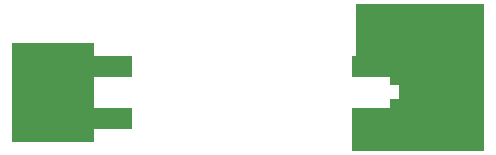
<source format=gts>
%FSLAX36Y36*%
%MOMM*%
%SFA1B1*%
%ADD10C,.010*%

G36*
X-21900000Y-2500000D02*
Y-1400000D01*
X-28900000D01*
Y-9803578D01*
X-21900000D01*
Y-8700000D01*
X-18700000D01*
Y-6900000D01*
X-21900000D01*
Y-4300000D01*
X-18700000D01*
Y-2500000D01*
X-21900000D01*
G37*
G36*
X200000Y-2500000D02*
X-100000D01*
Y-4300000D01*
X3100000D01*
Y-5000000D01*
X3900000D01*
Y-6200000D01*
X3100000D01*
Y-6900000D01*
X-100000D01*
Y-10600000D01*
X11100000D01*
Y1900000D01*
X200000D01*
Y-2500000D01*
G37*
M02*
G04 End of Data *

</source>
